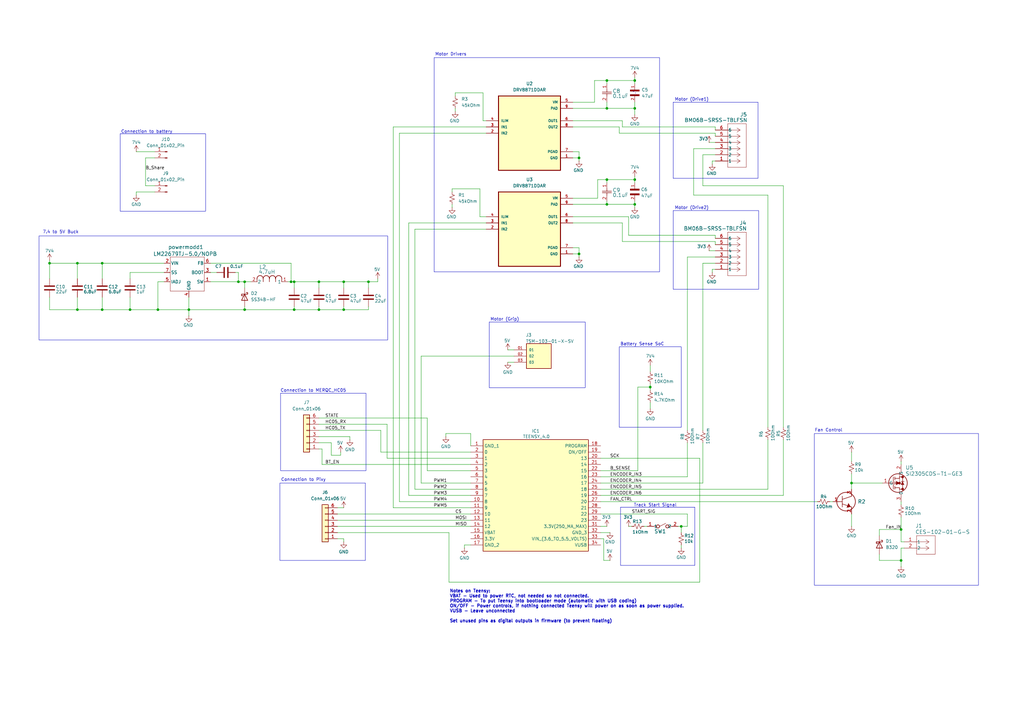
<source format=kicad_sch>
(kicad_sch (version 20231120) (generator "eeschema") (generator_version "8.0")
  (paper "A3")
  (lib_symbols
    (symbol "2025-02-13_19-17-42:SRU8028-2R5Y" (pin_names (offset 0.254))
      (property "Reference" "L1" (at 7.62 7.62 0))
      (property "Value" "2.5uH" (at 7.62 5.08 0))
      (symbol "SRU8028-2R5Y_1_1"
        (pin unspecified line (at 15.24 0 180) (length 2.54) (name "1") (number "1"))
        (pin unspecified line (at 0 0 0) (length 2.54) (name "2") (number "2"))
      )
      (symbol "SRU8028-2R5Y_1_2"
        (pin unspecified line (at 0 15.24 270) (length 2.54) (name "1") (number "1"))
        (pin unspecified line (at 0 0 90) (length 2.54) (name "2") (number "2"))
      )
    )
    (symbol "2025-02-13_23-46-10:SI2305CDS-T1-GE3" (pin_names (offset 0.254))
      (property "Reference" "U5" (at 11.43 1.2701 0))
      (property "Value" "SI2305CDS-T1-GE3" (at 11.43 -1.2699 0))
      (symbol "SI2305CDS-T1-GE3_0_1"
        (pin unspecified line (at 0 0 0) (length 2.54) (name "G") (number "1"))
      )
      (symbol "SI2305CDS-T1-GE3_1_1"
        (pin bidirectional line (at 7.62 7.62 270) (length 2.54) (name "S") (number "2"))
        (pin bidirectional line (at 7.62 -7.62 90) (length 2.54) (name "D") (number "3"))
      )
    )
    (symbol "2025-02-13_23-56-37:CES-102-01-G-S" (pin_names (offset 0.254))
      (property "Reference" "J" (at 8.89 6.35 0))
      (property "Value" "CES-102-01-G-S" (at 0 0 0))
      (symbol "CES-102-01-G-S_1_1"
        (pin unspecified line (at 0 0 0) (length 5.08) (name "1") (number "1"))
        (pin unspecified line (at 0 -2.54 0) (length 5.08) (name "2") (number "2"))
      )
      (symbol "CES-102-01-G-S_1_2"
        (pin unspecified line (at 0 0 0) (length 5.08) (name "1") (number "1"))
        (pin unspecified line (at 0 -2.54 0) (length 5.08) (name "2") (number "2"))
      )
    )
    (symbol "2025-02-14_01-00-59:BM06B-SRSS-TBLFSN" (pin_names (offset 0.254))
      (property "Reference" "J" (at 8.89 6.35 0))
      (property "Value" "BM06B-SRSS-TBLFSN" (at 0 0 0))
      (symbol "BM06B-SRSS-TBLFSN_1_1"
        (pin unspecified line (at 0 0 0) (length 5.08) (name "1") (number "1"))
        (pin unspecified line (at 0 -2.54 0) (length 5.08) (name "2") (number "2"))
        (pin unspecified line (at 0 -5.08 0) (length 5.08) (name "3") (number "3"))
        (pin unspecified line (at 0 -7.62 0) (length 5.08) (name "4") (number "4"))
        (pin unspecified line (at 0 -10.16 0) (length 5.08) (name "5") (number "5"))
        (pin unspecified line (at 0 -12.7 0) (length 5.08) (name "6") (number "6"))
      )
      (symbol "BM06B-SRSS-TBLFSN_1_2"
        (pin unspecified line (at 0 0 0) (length 5.08) (name "1") (number "1"))
        (pin unspecified line (at 0 -2.54 0) (length 5.08) (name "2") (number "2"))
        (pin unspecified line (at 0 -5.08 0) (length 5.08) (name "3") (number "3"))
        (pin unspecified line (at 0 -7.62 0) (length 5.08) (name "4") (number "4"))
        (pin unspecified line (at 0 -10.16 0) (length 5.08) (name "5") (number "5"))
        (pin unspecified line (at 0 -12.7 0) (length 5.08) (name "6") (number "6"))
      )
    )
    (symbol "2025-02-14_02-34-39:PTS636_SM50J_SMTR_LFS" (pin_names (offset 0.254))
      (property "Reference" "SW1" (at 7.874 -2.032 0))
      (symbol "PTS636_SM50J_SMTR_LFS_0_1"
        (pin unspecified line (at 2.54 0 0) (length 2.54) (name "1") (number "1"))
        (pin unspecified line (at 15.24 0 180) (length 2.54) (name "2") (number "2"))
      )
    )
    (symbol "2025-02-15_23-12-43:2SC5663T2L" (pin_names (offset 0.254) hide)
      (property "Reference" "R2" (at 10.16 0.0001 0))
      (symbol "2SC5663T2L_1_1"
        (pin input line (at 0 0 0) (length 2.54) (name "Base") (number "1"))
        (pin unspecified line (at 7.62 -5.08 90) (length 2.54) (name "EMITTER") (number "2"))
        (pin input line (at 7.62 5.08 270) (length 2.54) (name "Collector") (number "3"))
      )
    )
    (symbol "2025-03-14_19-12-41:LM22679TJ-5.0_NOPB" (pin_names (offset 0.254))
      (property "Reference" "1" (at 25.4 10.414 0))
      (property "Value" "LM22679TJ-5.0/NOPB" (at 25.146 7.62 0))
      (symbol "LM22679TJ-5.0_NOPB_1_1"
        (pin power_in line (at 35.56 -3.81 180) (length 2.54) (name "SW") (number "1"))
        (pin power_in line (at 16.51 3.81 0) (length 2.54) (name "VIN") (number "2"))
        (pin passive line (at 35.56 0 180) (length 2.54) (name "BOOT") (number "3"))
        (pin power_in line (at 26.67 -10.16 90) (length 2.54) (name "GND") (number "4"))
        (pin input line (at 16.51 -3.81 0) (length 2.54) (name "IADJ") (number "5"))
        (pin input line (at 35.56 3.81 180) (length 2.54) (name "FB") (number "6"))
        (pin input line (at 16.51 0 0) (length 2.54) (name "SS") (number "7"))
      )
    )
    (symbol "CL05B104KP5NNNC:CL05B104KP5NNNC" (pin_names (offset 0.254))
      (property "Reference" "C" (at 3.81 3.81 0))
      (property "Value" "CL05B104KP5NNNC" (at 3.81 -3.81 0))
      (symbol "CL05B104KP5NNNC_1_1"
        (pin unspecified line (at 0 0 0) (length 2.54) (name "") (number "1"))
        (pin unspecified line (at 7.62 0 180) (length 2.54) (name "") (number "2"))
      )
      (symbol "CL05B104KP5NNNC_1_2"
        (pin unspecified line (at 0 0 270) (length 2.54) (name "") (number "1"))
        (pin unspecified line (at 0 -7.62 90) (length 2.54) (name "") (number "2"))
      )
    )
    (symbol "Connector:Conn_01x02_Pin" (pin_names (offset 1.016) hide)
      (property "Reference" "J" (at 0 2.54 0))
      (property "Value" "Conn_01x02_Pin" (at 0 -5.08 0))
      (symbol "Conn_01x02_Pin_1_1"
        (pin passive line (at 5.08 0 180) (length 3.81) (name "Pin_1") (number "1"))
        (pin passive line (at 5.08 -2.54 180) (length 3.81) (name "Pin_2") (number "2"))
      )
    )
    (symbol "Connector_Generic:Conn_01x06" (pin_names (offset 1.016) hide)
      (property "Reference" "J" (at 0 7.62 0))
      (property "Value" "Conn_01x06" (at 0 -10.16 0))
      (symbol "Conn_01x06_1_1"
        (pin passive line (at -5.08 5.08 0) (length 3.81) (name "Pin_1") (number "1"))
        (pin passive line (at -5.08 2.54 0) (length 3.81) (name "Pin_2") (number "2"))
        (pin passive line (at -5.08 0 0) (length 3.81) (name "Pin_3") (number "3"))
        (pin passive line (at -5.08 -2.54 0) (length 3.81) (name "Pin_4") (number "4"))
        (pin passive line (at -5.08 -5.08 0) (length 3.81) (name "Pin_5") (number "5"))
        (pin passive line (at -5.08 -7.62 0) (length 3.81) (name "Pin_6") (number "6"))
      )
    )
    (symbol "DRV8871DDAR:DRV8871DDAR" (pin_names (offset 1.016))
      (property "Reference" "U" (at -12.7 16.24 0))
      (property "Value" "DRV8871DDAR" (at -12.7 -19.24 0))
      (symbol "DRV8871DDAR_0_0"
        (pin power_in line (at 17.78 -10.16 180) (length 5.08) (name "GND") (number "1"))
        (pin input line (at -17.78 0 0) (length 5.08) (name "IN2") (number "2"))
        (pin input line (at -17.78 2.54 0) (length 5.08) (name "IN1") (number "3"))
        (pin input line (at -17.78 5.08 0) (length 5.08) (name "ILIM") (number "4"))
        (pin power_in line (at 17.78 12.7 180) (length 5.08) (name "VM") (number "5"))
        (pin output line (at 17.78 5.08 180) (length 5.08) (name "OUT1") (number "6"))
        (pin power_in line (at 17.78 -7.62 180) (length 5.08) (name "PGND") (number "7"))
        (pin output line (at 17.78 2.54 180) (length 5.08) (name "OUT2") (number "8"))
        (pin power_in line (at 17.78 10.16 180) (length 5.08) (name "PAD") (number "9"))
      )
    )
    (symbol "Device:C" (pin_numbers hide) (pin_names (offset 0.254))
      (property "Reference" "C" (at 0.635 2.54 0))
      (property "Value" "C" (at 0.635 -2.54 0))
      (symbol "C_1_1"
        (pin passive line (at 0 3.81 270) (length 2.794) (name "~") (number "1"))
        (pin passive line (at 0 -3.81 90) (length 2.794) (name "~") (number "2"))
      )
    )
    (symbol "Device:R_Small_US" (pin_numbers hide) (pin_names (offset 0.254) hide)
      (property "Reference" "R" (at 0.762 0.508 0))
      (property "Value" "R_Small_US" (at 0.762 -1.016 0))
      (symbol "R_Small_US_1_1"
        (pin passive line (at 0 2.54 270) (length 1.016) (name "~") (number "1"))
        (pin passive line (at 0 -2.54 90) (length 1.016) (name "~") (number "2"))
      )
    )
    (symbol "Diode:B320" (pin_numbers hide) (pin_names (offset 1.016) hide)
      (property "Reference" "D" (at 0 2.54 0))
      (property "Value" "B320" (at 0 -2.54 0))
      (symbol "B320_1_1"
        (pin passive line (at -3.81 0 0) (length 2.54) (name "K") (number "1"))
        (pin passive line (at 3.81 0 180) (length 2.54) (name "A") (number "2"))
      )
    )
    (symbol "Diode:SS34" (pin_numbers hide) (pin_names (offset 1.016) hide)
      (property "Reference" "D" (at 0 2.54 0))
      (property "Value" "SS34" (at 0 -2.54 0))
      (symbol "SS34_1_1"
        (pin passive line (at -3.81 0 0) (length 2.54) (name "K") (number "1"))
        (pin passive line (at 3.81 0 180) (length 2.54) (name "A") (number "2"))
      )
    )
    (symbol "GRM32EC81C476KE15L:GRM32EC81C476KE15L" (pin_names (offset 1.016))
      (property "Reference" "C" (at 0 3.8109 0))
      (property "Value" "GRM32EC81C476KE15L" (at 0 -5.0885 0))
      (symbol "GRM32EC81C476KE15L_0_0"
        (pin passive line (at -2.54 0 0) (length 2.54) (name "~") (number "1"))
        (pin passive line (at 5.08 0 180) (length 2.54) (name "~") (number "2"))
      )
    )
    (symbol "TEENSY_4_0:TEENSY_4.0"
      (property "Reference" "IC" (at 49.53 7.62 0))
      (property "Value" "TEENSY_4.0" (at 49.53 5.08 0))
      (symbol "TEENSY_4.0_1_1"
        (pin passive line (at 0 0 0) (length 5.08) (name "GND_1") (number "1"))
        (pin passive line (at 0 -22.86 0) (length 5.08) (name "8") (number "10"))
        (pin passive line (at 0 -25.4 0) (length 5.08) (name "9") (number "11"))
        (pin passive line (at 0 -27.94 0) (length 5.08) (name "10") (number "12"))
        (pin passive line (at 0 -30.48 0) (length 5.08) (name "11") (number "13"))
        (pin passive line (at 0 -33.02 0) (length 5.08) (name "12") (number "14"))
        (pin passive line (at 0 -35.56 0) (length 5.08) (name "VBAT") (number "15"))
        (pin passive line (at 0 -38.1 0) (length 5.08) (name "3.3V") (number "16"))
        (pin passive line (at 0 -40.64 0) (length 5.08) (name "GND_2") (number "17"))
        (pin passive line (at 53.34 0 180) (length 5.08) (name "PROGRAM") (number "18"))
        (pin passive line (at 53.34 -2.54 180) (length 5.08) (name "ON/OFF") (number "19"))
        (pin passive line (at 0 -2.54 0) (length 5.08) (name "0") (number "2"))
        (pin passive line (at 53.34 -5.08 180) (length 5.08) (name "13") (number "20"))
        (pin passive line (at 53.34 -7.62 180) (length 5.08) (name "14") (number "21"))
        (pin passive line (at 53.34 -10.16 180) (length 5.08) (name "15") (number "22"))
        (pin passive line (at 53.34 -12.7 180) (length 5.08) (name "16") (number "23"))
        (pin passive line (at 53.34 -15.24 180) (length 5.08) (name "17") (number "24"))
        (pin passive line (at 53.34 -17.78 180) (length 5.08) (name "18") (number "25"))
        (pin passive line (at 53.34 -20.32 180) (length 5.08) (name "19") (number "26"))
        (pin passive line (at 53.34 -22.86 180) (length 5.08) (name "20") (number "27"))
        (pin passive line (at 53.34 -25.4 180) (length 5.08) (name "21") (number "28"))
        (pin passive line (at 53.34 -27.94 180) (length 5.08) (name "22") (number "29"))
        (pin passive line (at 0 -5.08 0) (length 5.08) (name "1") (number "3"))
        (pin passive line (at 53.34 -30.48 180) (length 5.08) (name "23") (number "30"))
        (pin passive line (at 53.34 -33.02 180) (length 5.08) (name "3.3V(250_MA_MAX)") (number "31"))
        (pin passive line (at 53.34 -35.56 180) (length 5.08) (name "GND_3") (number "32"))
        (pin passive line (at 53.34 -38.1 180) (length 5.08) (name "VIN_(3.6_TO_5.5_VOLTS)") (number "33"))
        (pin passive line (at 53.34 -40.64 180) (length 5.08) (name "VUSB") (number "34"))
        (pin passive line (at 0 -7.62 0) (length 5.08) (name "2") (number "4"))
        (pin passive line (at 0 -10.16 0) (length 5.08) (name "3") (number "5"))
        (pin passive line (at 0 -12.7 0) (length 5.08) (name "4") (number "6"))
        (pin passive line (at 0 -15.24 0) (length 5.08) (name "5") (number "7"))
        (pin passive line (at 0 -17.78 0) (length 5.08) (name "6") (number "8"))
        (pin passive line (at 0 -20.32 0) (length 5.08) (name "7") (number "9"))
      )
    )
    (symbol "TSM-103-01-X-SV:TSM-103-01-X-SV" (pin_names (offset 1.016))
      (property "Reference" "J" (at -5.08 5.842 0))
      (property "Value" "TSM-103-01-X-SV" (at -5.08 -7.62 0))
      (symbol "TSM-103-01-X-SV_0_0"
        (pin passive line (at -10.16 2.54 0) (length 5.08) (name "01") (number "01"))
        (pin passive line (at -10.16 0 0) (length 5.08) (name "02") (number "02"))
        (pin passive line (at -10.16 -2.54 0) (length 5.08) (name "03") (number "03"))
      )
    )
    (symbol "power:+5V" (power) (pin_numbers hide) (pin_names (offset 0) hide)
      (property "Value" "+5V" (at 0 3.556 0))
      (symbol "+5V_1_1"
        (pin power_in line (at 0 0 90) (length 0) (name "~") (number "1"))
      )
    )
    (symbol "power:GND1" (power) (pin_numbers hide) (pin_names (offset 0) hide)
      (property "Value" "GND1" (at 0 -3.81 0))
      (symbol "GND1_1_1"
        (pin power_in line (at 0 0 270) (length 0) (name "~") (number "1"))
      )
    )
    (symbol "power:VCC" (power) (pin_numbers hide) (pin_names (offset 0) hide)
      (property "Value" "VCC" (at 0 3.556 0))
      (symbol "VCC_1_1"
        (pin power_in line (at 0 0 90) (length 0) (name "~") (number "1"))
      )
    )
  )
  (junction (at 260.35 33.02))
  (junction (at 53.34 127))
  (junction (at 349.25 198.12))
  (junction (at 248.92 33.02))
  (junction (at 31.75 127))
  (junction (at 130.81 115.57))
  (junction (at 279.4 215.9))
  (junction (at 260.35 44.45))
  (junction (at 369.57 217.17))
  (junction (at 120.65 127))
  (junction (at 248.92 73.66))
  (junction (at 248.92 83.82))
  (junction (at 140.97 115.57))
  (junction (at 369.57 229.87))
  (junction (at 41.91 107.95))
  (junction (at 20.32 107.95))
  (junction (at 100.33 127))
  (junction (at 260.35 73.66))
  (junction (at 120.65 115.57))
  (junction (at 151.13 115.57))
  (junction (at 41.91 127))
  (junction (at 97.79 115.57))
  (junction (at 130.81 127))
  (junction (at 119.38 115.57))
  (junction (at 237.49 64.77))
  (junction (at 260.35 83.82))
  (junction (at 140.97 127))
  (junction (at 266.7 158.75))
  (junction (at 64.77 127))
  (junction (at 248.92 44.45))
  (junction (at 77.47 127))
  (junction (at 31.75 107.95))
  (junction (at 237.49 104.14))
  (junction (at 100.33 115.57))
  (wire (pts (xy 248.92 33.02) (xy 260.35 33.02)))
  (wire (pts (xy 156.21 185.42) (xy 193.04 185.42)))
  (wire (pts (xy 369.57 229.87) (xy 369.57 232.41)))
  (wire (pts (xy 246.38 187.96) (xy 287.02 187.96)))
  (wire (pts (xy 255.27 52.07) (xy 255.27 49.53)))
  (wire (pts (xy 120.65 125.73) (xy 120.65 127)))
  (wire (pts (xy 120.65 127) (xy 130.81 127)))
  (wire (pts (xy 199.39 49.53) (xy 198.12 49.53)))
  (wire (pts (xy 63.5 64.77) (xy 59.69 64.77)))
  (wire (pts (xy 260.35 44.45) (xy 260.35 41.91)))
  (wire (pts (xy 53.34 114.3) (xy 53.34 111.76)))
  (wire (pts (xy 369.57 205.74) (xy 369.57 207.01)))
  (wire (pts (xy 360.68 217.17) (xy 369.57 217.17)))
  (wire (pts (xy 293.37 96.52) (xy 293.37 97.79)))
  (wire (pts (xy 248.92 73.66) (xy 260.35 73.66)))
  (wire (pts (xy 266.7 157.48) (xy 266.7 158.75)))
  (wire (pts (xy 55.88 62.23) (xy 63.5 62.23)))
  (wire (pts (xy 130.81 179.07) (xy 143.51 179.07)))
  (wire (pts (xy 97.79 111.76) (xy 97.79 115.57)))
  (wire (pts (xy 132.08 184.15) (xy 132.08 190.5)))
  (wire (pts (xy 135.89 186.69) (xy 139.7 186.69)))
  (wire (pts (xy 360.68 229.87) (xy 369.57 229.87)))
  (wire (pts (xy 143.51 179.07) (xy 143.51 180.34)))
  (wire (pts (xy 281.94 215.9) (xy 281.94 210.82)))
  (wire (pts (xy 245.11 73.66) (xy 245.11 81.28)))
  (wire (pts (xy 193.04 177.8) (xy 182.88 177.8)))
  (wire (pts (xy 31.75 107.95) (xy 41.91 107.95)))
  (wire (pts (xy 120.65 115.57) (xy 130.81 115.57)))
  (wire (pts (xy 360.68 227.33) (xy 360.68 229.87)))
  (wire (pts (xy 20.32 121.92) (xy 20.32 127)))
  (wire (pts (xy 349.25 185.42) (xy 349.25 189.23)))
  (wire (pts (xy 349.25 198.12) (xy 349.25 200.66)))
  (wire (pts (xy 247.65 229.87) (xy 247.65 220.98)))
  (wire (pts (xy 67.31 115.57) (xy 64.77 115.57)))
  (wire (pts (xy 284.48 80.01) (xy 284.48 60.96)))
  (wire (pts (xy 140.97 125.73) (xy 140.97 127)))
  (wire (pts (xy 246.38 215.9) (xy 248.92 215.9)))
  (wire (pts (xy 185.42 77.47) (xy 185.42 78.74)))
  (wire (pts (xy 130.81 115.57) (xy 130.81 118.11)))
  (wire (pts (xy 193.04 223.52) (xy 190.5 223.52)))
  (wire (pts (xy 167.64 91.44) (xy 199.39 91.44)))
  (wire (pts (xy 190.5 223.52) (xy 190.5 224.79)))
  (wire (pts (xy 261.62 193.04) (xy 261.62 158.75)))
  (wire (pts (xy 41.91 127) (xy 53.34 127)))
  (wire (pts (xy 41.91 107.95) (xy 67.31 107.95)))
  (wire (pts (xy 246.38 220.98) (xy 247.65 220.98)))
  (wire (pts (xy 119.38 115.57) (xy 120.65 115.57)))
  (wire (pts (xy 260.35 31.75) (xy 260.35 33.02)))
  (wire (pts (xy 186.69 38.1) (xy 186.69 39.37)))
  (wire (pts (xy 20.32 106.68) (xy 20.32 107.95)))
  (wire (pts (xy 175.26 193.04) (xy 193.04 193.04)))
  (wire (pts (xy 20.32 127) (xy 31.75 127)))
  (wire (pts (xy 340.36 205.74) (xy 341.63 205.74)))
  (wire (pts (xy 140.97 115.57) (xy 140.97 118.11)))
  (wire (pts (xy 248.92 73.66) (xy 248.92 74.93)))
  (wire (pts (xy 198.12 38.1) (xy 186.69 38.1)))
  (wire (pts (xy 196.85 77.47) (xy 185.42 77.47)))
  (wire (pts (xy 138.43 220.98) (xy 140.97 220.98)))
  (wire (pts (xy 260.35 82.55) (xy 260.35 83.82)))
  (wire (pts (xy 279.4 215.9) (xy 279.4 218.44)))
  (wire (pts (xy 130.81 184.15) (xy 132.08 184.15)))
  (wire (pts (xy 138.43 215.9) (xy 193.04 215.9)))
  (wire (pts (xy 135.89 181.61) (xy 135.89 186.69)))
  (wire (pts (xy 260.35 33.02) (xy 260.35 34.29)))
  (wire (pts (xy 245.11 81.28) (xy 234.95 81.28)))
  (wire (pts (xy 172.72 146.05) (xy 210.82 146.05)))
  (wire (pts (xy 234.95 52.07) (xy 254 52.07)))
  (wire (pts (xy 369.57 224.79) (xy 369.57 229.87)))
  (wire (pts (xy 237.49 66.04) (xy 237.49 64.77)))
  (wire (pts (xy 175.26 171.45) (xy 175.26 193.04)))
  (wire (pts (xy 246.38 195.58) (xy 281.94 195.58)))
  (wire (pts (xy 245.11 73.66) (xy 248.92 73.66)))
  (wire (pts (xy 237.49 64.77) (xy 234.95 64.77)))
  (wire (pts (xy 314.96 80.01) (xy 314.96 175.26)))
  (wire (pts (xy 119.38 107.95) (xy 119.38 115.57)))
  (wire (pts (xy 246.38 193.04) (xy 261.62 193.04)))
  (wire (pts (xy 130.81 173.99) (xy 158.75 173.99)))
  (wire (pts (xy 248.92 83.82) (xy 260.35 83.82)))
  (wire (pts (xy 161.29 208.28) (xy 161.29 52.07)))
  (wire (pts (xy 184.15 238.76) (xy 287.02 238.76)))
  (wire (pts (xy 151.13 115.57) (xy 154.94 115.57)))
  (wire (pts (xy 31.75 107.95) (xy 31.75 114.3)))
  (wire (pts (xy 246.38 210.82) (xy 281.94 210.82)))
  (wire (pts (xy 100.33 127) (xy 120.65 127)))
  (wire (pts (xy 293.37 54.61) (xy 293.37 55.88)))
  (wire (pts (xy 266.7 149.86) (xy 266.7 152.4)))
  (wire (pts (xy 31.75 121.92) (xy 31.75 127)))
  (wire (pts (xy 156.21 176.53) (xy 156.21 185.42)))
  (wire (pts (xy 243.84 33.02) (xy 248.92 33.02)))
  (wire (pts (xy 140.97 220.98) (xy 140.97 222.25)))
  (wire (pts (xy 266.7 158.75) (xy 266.7 160.02)))
  (wire (pts (xy 182.88 177.8) (xy 182.88 179.07)))
  (wire (pts (xy 314.96 80.01) (xy 284.48 80.01)))
  (wire (pts (xy 151.13 127) (xy 140.97 127)))
  (wire (pts (xy 170.18 93.98) (xy 199.39 93.98)))
  (wire (pts (xy 284.48 60.96) (xy 293.37 60.96)))
  (wire (pts (xy 288.29 107.95) (xy 293.37 107.95)))
  (wire (pts (xy 288.29 181.61) (xy 288.29 198.12)))
  (wire (pts (xy 246.38 205.74) (xy 335.28 205.74)))
  (wire (pts (xy 184.15 218.44) (xy 184.15 238.76)))
  (wire (pts (xy 154.94 114.3) (xy 154.94 115.57)))
  (wire (pts (xy 288.29 76.2) (xy 288.29 63.5)))
  (wire (pts (xy 120.65 115.57) (xy 120.65 118.11)))
  (wire (pts (xy 261.62 158.75) (xy 266.7 158.75)))
  (wire (pts (xy 151.13 115.57) (xy 151.13 118.11)))
  (wire (pts (xy 97.79 115.57) (xy 100.33 115.57)))
  (wire (pts (xy 100.33 115.57) (xy 102.87 115.57)))
  (wire (pts (xy 248.92 83.82) (xy 248.92 82.55)))
  (wire (pts (xy 369.57 189.23) (xy 369.57 190.5)))
  (wire (pts (xy 290.83 102.87) (xy 293.37 102.87)))
  (wire (pts (xy 234.95 62.23) (xy 237.49 62.23)))
  (wire (pts (xy 248.92 33.02) (xy 248.92 34.29)))
  (wire (pts (xy 246.38 200.66) (xy 314.96 200.66)))
  (wire (pts (xy 281.94 105.41) (xy 293.37 105.41)))
  (wire (pts (xy 208.28 148.59) (xy 210.82 148.59)))
  (wire (pts (xy 59.69 76.2) (xy 63.5 76.2)))
  (wire (pts (xy 279.4 223.52) (xy 279.4 224.79)))
  (wire (pts (xy 288.29 63.5) (xy 293.37 63.5)))
  (wire (pts (xy 264.16 215.9) (xy 265.43 215.9)))
  (wire (pts (xy 246.38 218.44) (xy 250.19 218.44)))
  (wire (pts (xy 138.43 218.44) (xy 184.15 218.44)))
  (wire (pts (xy 130.81 115.57) (xy 140.97 115.57)))
  (wire (pts (xy 234.95 88.9) (xy 257.81 88.9)))
  (wire (pts (xy 41.91 121.92) (xy 41.91 127)))
  (wire (pts (xy 158.75 187.96) (xy 193.04 187.96)))
  (wire (pts (xy 281.94 181.61) (xy 281.94 195.58)))
  (wire (pts (xy 185.42 83.82) (xy 185.42 85.09)))
  (wire (pts (xy 246.38 198.12) (xy 288.29 198.12)))
  (wire (pts (xy 130.81 127) (xy 140.97 127)))
  (wire (pts (xy 64.77 127) (xy 77.47 127)))
  (wire (pts (xy 257.81 215.9) (xy 259.08 215.9)))
  (wire (pts (xy 292.1 67.31) (xy 292.1 66.04)))
  (wire (pts (xy 77.47 127) (xy 77.47 129.54)))
  (wire (pts (xy 260.35 44.45) (xy 260.35 46.99)))
  (wire (pts (xy 260.35 72.39) (xy 260.35 73.66)))
  (wire (pts (xy 139.7 186.69) (xy 139.7 185.42)))
  (wire (pts (xy 349.25 210.82) (xy 349.25 215.9)))
  (wire (pts (xy 130.81 176.53) (xy 156.21 176.53)))
  (wire (pts (xy 281.94 105.41) (xy 281.94 176.53)))
  (wire (pts (xy 360.68 219.71) (xy 360.68 217.17)))
  (wire (pts (xy 77.47 121.92) (xy 77.47 127)))
  (wire (pts (xy 290.83 58.42) (xy 293.37 58.42)))
  (wire (pts (xy 234.95 101.6) (xy 237.49 101.6)))
  (wire (pts (xy 59.69 64.77) (xy 59.69 76.2)))
  (wire (pts (xy 86.36 107.95) (xy 119.38 107.95)))
  (wire (pts (xy 321.31 180.34) (xy 321.31 203.2)))
  (wire (pts (xy 196.85 88.9) (xy 196.85 77.47)))
  (wire (pts (xy 163.83 205.74) (xy 193.04 205.74)))
  (wire (pts (xy 118.11 115.57) (xy 119.38 115.57)))
  (wire (pts (xy 255.27 91.44) (xy 255.27 99.06)))
  (wire (pts (xy 170.18 200.66) (xy 193.04 200.66)))
  (wire (pts (xy 255.27 99.06) (xy 293.37 99.06)))
  (wire (pts (xy 266.7 165.1) (xy 266.7 167.64)))
  (wire (pts (xy 279.4 215.9) (xy 281.94 215.9)))
  (wire (pts (xy 193.04 203.2) (xy 167.64 203.2)))
  (wire (pts (xy 140.97 115.57) (xy 151.13 115.57)))
  (wire (pts (xy 199.39 54.61) (xy 163.83 54.61)))
  (wire (pts (xy 100.33 125.73) (xy 100.33 127)))
  (wire (pts (xy 234.95 49.53) (xy 255.27 49.53)))
  (wire (pts (xy 20.32 107.95) (xy 31.75 107.95)))
  (wire (pts (xy 41.91 107.95) (xy 41.91 114.3)))
  (wire (pts (xy 243.84 41.91) (xy 234.95 41.91)))
  (wire (pts (xy 172.72 198.12) (xy 172.72 146.05)))
  (wire (pts (xy 234.95 83.82) (xy 248.92 83.82)))
  (wire (pts (xy 167.64 203.2) (xy 167.64 91.44)))
  (wire (pts (xy 163.83 54.61) (xy 163.83 205.74)))
  (wire (pts (xy 86.36 115.57) (xy 97.79 115.57)))
  (wire (pts (xy 31.75 127) (xy 41.91 127)))
  (wire (pts (xy 254 54.61) (xy 293.37 54.61)))
  (wire (pts (xy 314.96 180.34) (xy 314.96 200.66)))
  (wire (pts (xy 132.08 190.5) (xy 193.04 190.5)))
  (wire (pts (xy 234.95 91.44) (xy 255.27 91.44)))
  (wire (pts (xy 254 52.07) (xy 254 54.61)))
  (wire (pts (xy 248.92 44.45) (xy 248.92 41.91)))
  (wire (pts (xy 248.92 44.45) (xy 260.35 44.45)))
  (wire (pts (xy 321.31 76.2) (xy 321.31 175.26)))
  (wire (pts (xy 138.43 210.82) (xy 193.04 210.82)))
  (wire (pts (xy 170.18 93.98) (xy 170.18 200.66)))
  (wire (pts (xy 243.84 33.02) (xy 243.84 41.91)))
  (wire (pts (xy 151.13 125.73) (xy 151.13 127)))
  (wire (pts (xy 55.88 78.74) (xy 63.5 78.74)))
  (wire (pts (xy 321.31 203.2) (xy 246.38 203.2)))
  (wire (pts (xy 287.02 238.76) (xy 287.02 187.96)))
  (wire (pts (xy 257.81 88.9) (xy 257.81 96.52)))
  (wire (pts (xy 349.25 194.31) (xy 349.25 198.12)))
  (wire (pts (xy 369.57 217.17) (xy 369.57 222.25)))
  (wire (pts (xy 130.81 125.73) (xy 130.81 127)))
  (wire (pts (xy 186.69 44.45) (xy 186.69 45.72)))
  (wire (pts (xy 292.1 111.76) (xy 292.1 110.49)))
  (wire (pts (xy 193.04 208.28) (xy 161.29 208.28)))
  (wire (pts (xy 250.19 229.87) (xy 247.65 229.87)))
  (wire (pts (xy 278.13 215.9) (xy 279.4 215.9)))
  (wire (pts (xy 349.25 198.12) (xy 361.95 198.12)))
  (wire (pts (xy 86.36 111.76) (xy 88.9 111.76)))
  (wire (pts (xy 293.37 52.07) (xy 293.37 53.34)))
  (wire (pts (xy 130.81 171.45) (xy 175.26 171.45)))
  (wire (pts (xy 234.95 44.45) (xy 248.92 44.45)))
  (wire (pts (xy 321.31 76.2) (xy 288.29 76.2)))
  (wire (pts (xy 237.49 104.14) (xy 237.49 105.41)))
  (wire (pts (xy 288.29 107.95) (xy 288.29 176.53)))
  (wire (pts (xy 130.81 181.61) (xy 135.89 181.61)))
  (wire (pts (xy 292.1 110.49) (xy 293.37 110.49)))
  (wire (pts (xy 293.37 99.06) (xy 293.37 100.33)))
  (wire (pts (xy 370.84 224.79) (xy 369.57 224.79)))
  (wire (pts (xy 100.33 115.57) (xy 100.33 118.11)))
  (wire (pts (xy 234.95 104.14) (xy 237.49 104.14)))
  (wire (pts (xy 64.77 115.57) (xy 64.77 127)))
  (wire (pts (xy 369.57 212.09) (xy 369.57 217.17)))
  (wire (pts (xy 198.12 49.53) (xy 198.12 38.1)))
  (wire (pts (xy 100.33 127) (xy 77.47 127)))
  (wire (pts (xy 138.43 213.36) (xy 193.04 213.36)))
  (wire (pts (xy 161.29 52.07) (xy 199.39 52.07)))
  (wire (pts (xy 199.39 88.9) (xy 196.85 88.9)))
  (wire (pts (xy 193.04 177.8) (xy 193.04 182.88)))
  (wire (pts (xy 255.27 52.07) (xy 293.37 52.07)))
  (wire (pts (xy 208.28 143.51) (xy 210.82 143.51)))
  (wire (pts (xy 53.34 111.76) (xy 67.31 111.76)))
  (wire (pts (xy 138.43 208.28) (xy 140.97 208.28)))
  (wire (pts (xy 53.34 121.92) (xy 53.34 127)))
  (wire (pts (xy 260.35 83.82) (xy 260.35 85.09)))
  (wire (pts (xy 237.49 101.6) (xy 237.49 104.14)))
  (wire (pts (xy 96.52 111.76) (xy 97.79 111.76)))
  (wire (pts (xy 158.75 173.99) (xy 158.75 187.96)))
  (wire (pts (xy 260.35 73.66) (xy 260.35 74.93)))
  (wire (pts (xy 20.32 107.95) (xy 20.32 114.3)))
  (wire (pts (xy 53.34 127) (xy 64.77 127)))
  (wire (pts (xy 292.1 66.04) (xy 293.37 66.04)))
  (wire (pts (xy 55.88 80.01) (xy 55.88 78.74)))
  (wire (pts (xy 193.04 198.12) (xy 172.72 198.12)))
  (wire (pts (xy 257.81 96.52) (xy 293.37 96.52)))
  (wire (pts (xy 237.49 62.23) (xy 237.49 64.77)))
  (wire (pts (xy 369.57 222.25) (xy 370.84 222.25)))
  (rectangle (start 334.01 177.8) (end 401.32 240.03))
  (rectangle (start 178.054 23.622) (end 270.51 111.506))
  (rectangle (start 200.66 132.08) (end 240.03 159.004))
  (rectangle (start 254.508 208.026) (end 284.988 231.902))
  (circle (center 260.604 38.1) (radius 0.0001))
  (rectangle (start 254 142.24) (end 279.4 175.26))
  (rectangle (start 114.808 198.12) (end 149.86 229.87))
  (rectangle (start 276.098 86.36) (end 311.15 118.618))
  (rectangle (start 49.276 54.864) (end 84.328 86.614))
  (rectangle (start 115.062 161.29) (end 150.114 193.04))
  (rectangle (start 16.002 96.774) (end 159.004 139.446))
  (rectangle (start 276.098 41.91) (end 310.896 73.152))
  (circle (center 259.842 37.592) (radius 0.0001))
  (text "Motor (Grip)" (at 207.01 131.064 0) (effects (font (size 1.27 1.27))))
  (text "Motor (Drive1)" (at 283.718 40.894 0) (effects (font (size 1.27 1.27))))
  (text "Connection to Pixy\n" (at 124.46 196.85 0) (effects (font (size 1.27 1.27))))
  (text "Motor (Drive2)" (at 283.718 85.344 0) (effects (font (size 1.27 1.27))))
  (text "Track Start Signal" (at 268.732 207.264 0) (effects (font (size 1.27 1.27))))
  (text "Motor Drivers\n" (at 184.912 22.352 0) (effects (font (size 1.27 1.27))))
  (text "Connection to battery" (at 60.198 54.102 0) (effects (font (size 1.27 1.27))))
  (text "Notes on Teensy:\nVBAT - Used to power RTC, not needed so not connected.\nPROGRAM - To put Teensy into bootloader mode (automatic with USB coding)\nON/OFF - Power controls, if nothing connected Teensy will power on as soon as power supplied.\nVUSB - Leave unconnected\n\nSet unused pins as digital outputs in firmware (to prevent floating)" (at 184.404 248.666 0) (effects (font (size 1.27 1.27) (thickness 0.254) (bold yes)) (justify left)))
  (text "Battery Sense SoC\n" (at 263.398 141.224 0) (effects (font (size 1.27 1.27))))
  (text "Connection to MERQC_HC05" (at 128.524 160.274 0) (effects (font (size 1.27 1.27))))
  (text "Fan Control\n" (at 339.852 176.53 0) (effects (font (size 1.27 1.27))))
  (text "7.4 to 5V Buck" (at 24.892 95.25 0) (effects (font (size 1.27 1.27))))
  (label "PWM2" (at 177.8 200.66 0))
  (label "HC05_RX" (at 133.35 173.99 0))
  (label "MOSI" (at 186.69 213.36 0))
  (label "ENCODER_IN4" (at 250.19 198.12 0))
  (label "PWM1" (at 177.8 198.12 0))
  (label "CS" (at 186.69 210.82 0))
  (label "ENCODER_IN3" (at 250.19 195.58 0))
  (label "BT_EN" (at 133.35 190.5 0))
  (label "MISO" (at 186.69 215.9 0))
  (label "ENCODER_IN5" (at 250.19 200.66 0))
  (label "PWM3" (at 177.8 203.2 0))
  (label "B_SENSE" (at 250.19 193.04 0))
  (label "ENCODER_IN6" (at 250.19 203.2 0))
  (label "Fan_IN" (at 363.22 217.17 0))
  (label "PWM5" (at 177.8 208.28 0))
  (label "STATE" (at 133.35 171.45 0))
  (label "B_Share" (at 59.69 69.85 0))
  (label "START_SIG" (at 259.08 210.82 0))
  (label "SCK" (at 250.19 187.96 0))
  (label "PWM4" (at 177.8 205.74 0))
  (label "HC05_TX" (at 133.35 176.53 0))
  (label "FAN_CTRL" (at 250.19 205.74 0))
  (symbol (lib_id "power:GND1") (at 349.25 215.9 0) (unit 1)
    (property "Reference" "#PWR018" (effects (hide yes)))
    (property "Value" "GND" (at 349.25 219.71 0))
    (property "Description" "Power symbol creates a global label with name \"GND1\" , ground" (effects (hide yes)))
  )
  (symbol (lib_id "power:+5V") (at 250.19 229.87 0) (unit 1)
    (property "Reference" "#PWR06" (effects (hide yes)))
    (property "Value" "5V" (at 249.936 226.06 0))
    (property "Description" "Power symbol creates a global label with name \"+5V\"" (effects (hide yes)))
  )
  (symbol (lib_id "power:+5V") (at 140.97 208.28 0) (unit 1)
    (property "Reference" "#PWR029" (effects (hide yes)))
    (property "Value" "5V" (at 140.716 204.47 0))
    (property "Description" "Power symbol creates a global label with name \"+5V\"" (effects (hide yes)))
  )
  (symbol (lib_id "Device:R_Small_US") (at 185.42 81.28 180) (unit 1)
    (property "Reference" "R1" (at 187.96 80.0099 0) (effects (justify right)))
    (property "Value" "45kOhm" (at 187.96 82.5499 0) (effects (justify right)))
    (property "Footprint" "Resistor_SMD:RES_ERJ3EKF4532V" (effects (hide yes)))
    (property "Description" "Resistor, small US symbol" (effects (hide yes)))
  )
  (symbol (lib_id "2025-02-14_01-00-59:BM06B-SRSS-TBLFSN") (at 293.37 66.04 0) (mirror x) (unit 1)
    (property "Reference" "J5" (at 303.53 46.99 0) (effects (font (size 1.524 1.524)) (justify left)))
    (property "Value" "BM06B-SRSS-TBLFSN" (at 280.67 49.276 0) (effects (font (size 1.524 1.524)) (justify left)))
    (property "Footprint" "CONN_BM06B-SRSS-TB_JST" (effects (hide yes)))
    (property "Datasheet" "BM06B-SRSS-TBLFSN" (effects (hide yes)))
  )
  (symbol (lib_id "TEENSY_4_0:TEENSY_4.0") (at 193.04 182.88 0) (unit 1)
    (property "Reference" "IC1" (at 219.71 176.784 0))
    (property "Value" "TEENSY_4.0" (at 219.964 179.07 0))
    (property "Footprint" "TEENSY40" (effects (hide yes)))
    (property "Datasheet" "https://www.pjrc.com/store/teensy40.html" (effects (hide yes)))
    (property "Description" "Teensy USB Board, Version 4.0" (effects (hide yes)))
    (property "Height" "4.64" (effects (hide yes)))
    (property "Manufacturer_Name" "Teensy" (effects (hide yes)))
    (property "Manufacturer_Part_Number" "TEENSY 4.0" (effects (hide yes)))
  )
  (symbol (lib_id "CL05B104KP5NNNC:CL05B104KP5NNNC") (at 248.92 74.93 270) (unit 1)
    (property "Reference" "C9" (at 251.206 77.978 90) (effects (font (size 1.524 1.524)) (justify left)))
    (property "Value" "0.1uF" (at 251.206 80.01 90) (effects (font (size 1.524 1.524)) (justify left)))
    (property "Footprint" "Capacitor_SMD:C_0402_1005Metric" (effects (hide yes)))
    (property "Datasheet" "CL05B104KP5NNNC" (effects (hide yes)))
  )
  (symbol (lib_id "2025-02-14_01-00-59:BM06B-SRSS-TBLFSN") (at 293.37 110.49 0) (mirror x) (unit 1)
    (property "Reference" "J4" (at 303.276 91.44 0) (effects (font (size 1.524 1.524)) (justify left)))
    (property "Value" "BM06B-SRSS-TBLFSN" (at 280.416 93.726 0) (effects (font (size 1.524 1.524)) (justify left)))
    (property "Footprint" "CONN_BM06B-SRSS-TB_JST" (effects (hide yes)))
    (property "Datasheet" "BM06B-SRSS-TBLFSN" (effects (hide yes)))
  )
  (symbol (lib_id "Device:C") (at 120.65 121.92 0) (unit 1)
    (property "Reference" "C2" (at 123.19 121.412 0) (effects (justify left)))
    (property "Value" "47uF" (at 123.19 123.444 0) (effects (justify left)))
    (property "Footprint" "Capacitor_SMD:C_1210_3225Metric_Pad1.33x2.70mm_HandSolder" (effects (hide yes)))
    (property "Datasheet" "GRM32ER61C476KE15" (effects (hide yes)))
    (property "Description" "Unpolarized capacitor" (effects (hide yes)))
  )
  (symbol (lib_id "2025-02-14_02-34-39:PTS636_SM50J_SMTR_LFS") (at 262.89 215.9 0) (unit 1)
    (property "Reference" "SW1" (at 270.764 217.932 0) (effects (font (size 1.524 1.524))))
    (property "Value" "PTS636 SM50J SMTR LFS" (effects (hide yes)))
    (property "Footprint" "SW_PTS636_CNK" (effects (hide yes)))
    (property "Datasheet" "PTS636 SM50J SMTR LFS" (effects (hide yes)))
  )
  (symbol (lib_id "Device:R_Small_US") (at 321.31 177.8 0) (unit 1)
    (property "Reference" "R5" (at 319.278 177.8 90))
    (property "Value" "10Ohm" (at 323.342 177.546 90))
    (property "Footprint" "Resistor_SMD:ERJ_2RKF10R0X" (effects (hide yes)))
    (property "Description" "Resistor, small US symbol" (effects (hide yes)))
  )
  (symbol (lib_id "Device:C") (at 130.81 121.92 0) (unit 1)
    (property "Reference" "C1" (at 133.35 121.412 0) (effects (justify left)))
    (property "Value" "47uF" (at 133.35 123.444 0) (effects (justify left)))
    (property "Footprint" "Capacitor_SMD:C_1210_3225Metric_Pad1.33x2.70mm_HandSolder" (effects (hide yes)))
    (property "Datasheet" "GRM32ER61C476KE15" (effects (hide yes)))
    (property "Description" "Unpolarized capacitor" (effects (hide yes)))
  )
  (symbol (lib_id "2025-02-13_23-56-37:CES-102-01-G-S") (at 370.84 222.25 0) (unit 1)
    (property "Reference" "J1" (at 375.412 215.646 0) (effects (font (size 1.524 1.524)) (justify left)))
    (property "Value" "CES-102-01-G-S" (at 375.412 218.186 0) (effects (font (size 1.524 1.524)) (justify left)))
    (property "Footprint" "CON2_1X2_TU_SLW_SAI" (effects (hide yes)))
    (property "Datasheet" "CES-102-01-G-S" (effects (hide yes)))
  )
  (symbol (lib_id "DRV8871DDAR:DRV8871DDAR") (at 217.17 54.61 0) (unit 1)
    (property "Reference" "U2" (at 217.17 34.29 0))
    (property "Value" "DRV8871DDAR" (at 217.17 36.83 0))
    (property "Footprint" "motordriver:lili_foot" (effects (hide yes)))
  )
  (symbol (lib_id "power:GND1") (at 292.1 111.76 0) (unit 1)
    (property "Reference" "#PWR020" (effects (hide yes)))
    (property "Value" "GND" (at 291.846 115.57 0))
    (property "Description" "Power symbol creates a global label with name \"GND1\" , ground" (effects (hide yes)))
  )
  (symbol (lib_id "power:+5V") (at 139.7 185.42 0) (unit 1)
    (property "Reference" "#PWR036" (effects (hide yes)))
    (property "Value" "5V" (at 139.446 181.61 0))
    (property "Description" "Power symbol creates a global label with name \"+5V\"" (effects (hide yes)))
  )
  (symbol (lib_id "power:GND1") (at 369.57 232.41 0) (unit 1)
    (property "Reference" "#PWR026" (effects (hide yes)))
    (property "Value" "GND" (at 369.57 236.22 0))
    (property "Description" "Power symbol creates a global label with name \"GND1\" , ground" (effects (hide yes)))
  )
  (symbol (lib_id "Device:C") (at 151.13 121.92 0) (unit 1)
    (property "Reference" "C4" (at 153.67 121.412 0) (effects (justify left)))
    (property "Value" "22uF" (at 153.67 123.444 0) (effects (justify left)))
    (property "Footprint" "Capacitor_SMD:C_1206_3216Metric_Pad1.33x1.80mm_HandSolder" (effects (hide yes)))
    (property "Datasheet" "GRM31CR61A226KE19K" (effects (hide yes)))
    (property "Description" "Unpolarized capacitor" (effects (hide yes)))
  )
  (symbol (lib_id "Diode:B320") (at 360.68 223.52 270) (unit 1)
    (property "Reference" "D1" (at 363.22 221.9324 90) (effects (justify left)))
    (property "Value" "B320" (at 363.22 224.4724 90) (effects (justify left)))
    (property "Footprint" "Diode_SMD:D_SMC" (effects (hide yes)))
    (property "Datasheet" "http://www.jameco.com/Jameco/Products/ProdDS/1538777.pdf" (effects (hide yes)))
    (property "Description" "20V 3A Schottky Barrier Rectifier Diode, SMC" (effects (hide yes)))
  )
  (symbol (lib_id "Connector_Generic:Conn_01x06") (at 133.35 215.9 180) (unit 1)
    (property "Reference" "J6" (at 133.35 201.93 0))
    (property "Value" "Conn_01x06" (at 133.35 204.47 0))
    (property "Footprint" "Connector_PinHeader_2.54mm:PinHeader_1x06_P2.54mm_Vertical" (effects (hide yes)))
    (property "Description" "Generic connector, single row, 01x06, script generated (kicad-library-utils/schlib/autogen/connector/)" (effects (hide yes)))
  )
  (symbol (lib_id "power:GND1") (at 279.4 224.79 0) (unit 1)
    (property "Reference" "#PWR023" (effects (hide yes)))
    (property "Value" "GND" (at 279.4 228.6 0))
    (property "Description" "Power symbol creates a global label with name \"GND1\" , ground" (effects (hide yes)))
  )
  (symbol (lib_id "2025-02-13_19-17-42:SRU8028-2R5Y") (at 102.87 115.57 0) (unit 1)
    (property "Reference" "L2" (at 107.696 109.474 0) (effects (font (size 1.524 1.524))))
    (property "Value" "4.7uH" (at 109.474 111.506 0) (effects (font (size 1.524 1.524))))
    (property "Footprint" "Inductor_SMD:IND_VLS5045EX-4R7M" (effects (hide yes)))
  )
  (symbol (lib_id "power:+5V") (at 208.28 143.51 0) (unit 1)
    (property "Reference" "#PWR09" (effects (hide yes)))
    (property "Value" "5V" (at 208.026 139.7 0))
    (property "Description" "Power symbol creates a global label with name \"+5V\"" (effects (hide yes)))
  )
  (symbol (lib_id "power:GND1") (at 77.47 129.54 0) (unit 1)
    (property "Reference" "#PWR037" (effects (hide yes)))
    (property "Value" "GND" (at 77.216 133.35 0))
    (property "Description" "Power symbol creates a global label with name \"GND1\" , ground" (effects (hide yes)))
  )
  (symbol (lib_id "power:GND1") (at 186.69 45.72 0) (unit 1)
    (property "Reference" "#PWR016" (effects (hide yes)))
    (property "Value" "GND" (at 186.436 49.53 0))
    (property "Description" "Power symbol creates a global label with name \"GND1\" , ground" (effects (hide yes)))
  )
  (symbol (lib_id "Device:R_Small_US") (at 261.62 215.9 270) (unit 1)
    (property "Reference" "R13" (at 261.366 213.868 90))
    (property "Value" "1kOhm" (at 262.636 218.186 90))
    (property "Footprint" "Resistor_SMD:ERJ_2RKF10R0X" (effects (hide yes)))
    (property "Description" "Resistor, small US symbol" (effects (hide yes)))
  )
  (symbol (lib_id "power:GND1") (at 208.28 148.59 0) (unit 1)
    (property "Reference" "#PWR012" (effects (hide yes)))
    (property "Value" "GND" (at 208.28 152.654 0))
    (property "Description" "Power symbol creates a global label with name \"GND1\" , ground" (effects (hide yes)))
  )
  (symbol (lib_id "Diode:SS34") (at 100.33 121.92 270) (unit 1)
    (property "Reference" "D2" (at 102.87 120.3324 90) (effects (justify left)))
    (property "Value" "SS34B-HF" (at 102.87 122.8724 90) (effects (justify left)))
    (property "Footprint" "Diode_SMD:SS34B" (effects (hide yes)))
    (property "Datasheet" "https://www.vishay.com/docs/88751/ss32.pdf" (effects (hide yes)))
    (property "Description" "40V 3A Schottky Diode, SMA" (effects (hide yes)))
  )
  (symbol (lib_id "Device:C") (at 20.32 118.11 0) (unit 1)
    (property "Reference" "C10" (at 22.86 117.602 0) (effects (justify left)))
    (property "Value" "22uF" (at 22.86 119.634 0) (effects (justify left)))
    (property "Footprint" "Capacitor_SMD:C_1206_3216Metric_Pad1.33x1.80mm_HandSolder" (effects (hide yes)))
    (property "Datasheet" "GRM31CR61A226KE19K" (effects (hide yes)))
    (property "Description" "Unpolarized capacitor" (effects (hide yes)))
  )
  (symbol (lib_id "Device:R_Small_US") (at 281.94 179.07 0) (unit 1)
    (property "Reference" "R8" (at 279.908 179.07 90))
    (property "Value" "10Ohm" (at 283.972 178.816 90))
    (property "Footprint" "Resistor_SMD:ERJ_2RKF10R0X" (effects (hide yes)))
    (property "Description" "Resistor, small US symbol" (effects (hide yes)))
  )
  (symbol (lib_id "power:+5V") (at 369.57 189.23 0) (unit 1)
    (property "Reference" "#PWR027" (effects (hide yes)))
    (property "Value" "5V" (at 369.316 185.42 0))
    (property "Description" "Power symbol creates a global label with name \"+5V\"" (effects (hide yes)))
  )
  (symbol (lib_id "Device:R_Small_US") (at 349.25 191.77 0) (unit 1)
    (property "Reference" "R9" (at 350.52 190.5 0) (effects (justify left)))
    (property "Value" "10k" (at 350.52 192.786 0) (effects (justify left)))
    (property "Footprint" "Resistor_SMD:RES_ERJ2RKF4702X" (effects (hide yes)))
    (property "Description" "Resistor, small US symbol" (effects (hide yes)))
  )
  (symbol (lib_id "power:VCC") (at 266.7 149.86 0) (unit 1)
    (property "Reference" "#PWR032" (effects (hide yes)))
    (property "Value" "7V4" (at 266.7 146.05 0))
    (property "Description" "Power symbol creates a global label with name \"VCC\"" (effects (hide yes)))
  )
  (symbol (lib_id "power:GND1") (at 237.49 105.41 0) (unit 1)
    (property "Reference" "#PWR014" (effects (hide yes)))
    (property "Value" "GND" (at 237.236 109.22 0))
    (property "Description" "Power symbol creates a global label with name \"GND1\" , ground" (effects (hide yes)))
  )
  (symbol (lib_id "power:+5V") (at 349.25 185.42 0) (unit 1)
    (property "Reference" "#PWR013" (effects (hide yes)))
    (property "Value" "5V" (at 348.996 181.61 0))
    (property "Description" "Power symbol creates a global label with name \"+5V\"" (effects (hide yes)))
  )
  (symbol (lib_id "power:GND1") (at 292.1 67.31 0) (unit 1)
    (property "Reference" "#PWR024" (effects (hide yes)))
    (property "Value" "GND" (at 291.846 71.12 0))
    (property "Description" "Power symbol creates a global label with name \"GND1\" , ground" (effects (hide yes)))
  )
  (symbol (lib_id "power:GND1") (at 143.51 180.34 0) (unit 1)
    (property "Reference" "#PWR035" (effects (hide yes)))
    (property "Value" "GND" (at 143.51 184.404 0))
    (property "Description" "Power symbol creates a global label with name \"GND1\" , ground" (effects (hide yes)))
  )
  (symbol (lib_id "power:GND1") (at 260.35 46.99 0) (unit 1)
    (property "Reference" "#PWR07" (effects (hide yes)))
    (property "Value" "GND" (at 260.35 50.8 0))
    (property "Description" "Power symbol creates a global label with name \"GND1\" , ground" (effects (hide yes)))
  )
  (symbol (lib_id "power:+5V") (at 248.92 215.9 0) (unit 1)
    (property "Reference" "#PWR030" (effects (hide yes)))
    (property "Value" "3V3" (at 248.666 212.09 0))
    (property "Description" "Power symbol creates a global label with name \"+5V\"" (effects (hide yes)))
  )
  (symbol (lib_id "Device:C") (at 31.75 118.11 0) (unit 1)
    (property "Reference" "C11" (at 34.29 117.602 0) (effects (justify left)))
    (property "Value" "6.8uF" (at 34.29 119.634 0) (effects (justify left)))
    (property "Footprint" "LED_SMD:LED_0805_2012Metric_Pad1.15x1.40mm_HandSolder" (effects (hide yes)))
    (property "Datasheet" "CGA4J1X7S1C685K125AC" (effects (hide yes)))
    (property "Description" "Unpolarized capacitor" (effects (hide yes)))
  )
  (symbol (lib_id "Device:R_Small_US") (at 186.69 41.91 180) (unit 1)
    (property "Reference" "R3" (at 189.23 40.6399 0) (effects (justify right)))
    (property "Value" "45kOhm" (at 189.23 43.1799 0) (effects (justify right)))
    (property "Footprint" "Resistor_SMD:RES_ERJ3EKF4532V" (effects (hide yes)))
    (property "Description" "Resistor, small US symbol" (effects (hide yes)))
  )
  (symbol (lib_id "power:VCC") (at 260.35 31.75 0) (unit 1)
    (property "Reference" "#PWR010" (effects (hide yes)))
    (property "Value" "7V4" (at 260.35 27.94 0))
    (property "Description" "Power symbol creates a global label with name \"VCC\"" (effects (hide yes)))
  )
  (symbol (lib_id "TSM-103-01-X-SV:TSM-103-01-X-SV") (at 220.98 146.05 0) (unit 1)
    (property "Reference" "J3" (at 215.646 137.414 0) (effects (justify left)))
    (property "Value" "TSM-103-01-X-SV" (at 215.646 139.954 0) (effects (justify left)))
    (property "Footprint" "Connector:SAMTEC_TSM-103-01-X-SV" (effects (hide yes)))
    (property "PARTREV" "D" (effects (hide yes)))
    (property "STANDARD" "Manufacturer Recommendations" (effects (hide yes)))
    (property "MANUFACTURER" "Samtec" (effects (hide yes)))
  )
  (symbol (lib_id "2025-02-15_23-12-43:2SC5663T2L") (at 341.63 205.74 0) (unit 1)
    (property "Reference" "R2" (at 351.79 205.7399 0) (effects (font (size 1.524 1.524)) (justify left)))
    (property "Value" "2SC5663T2L" (effects (hide yes)))
    (property "Footprint" "TRANS_2SC5658T2_ROM" (effects (hide yes)))
    (property "Datasheet" "2SC5663T2L" (effects (hide yes)))
  )
  (symbol (lib_id "power:GND1") (at 237.49 66.04 0) (unit 1)
    (property "Reference" "#PWR015" (effects (hide yes)))
    (property "Value" "GND" (at 237.236 69.85 0))
    (property "Description" "Power symbol creates a global label with name \"GND1\" , ground" (effects (hide yes)))
  )
  (symbol (lib_id "Device:R_Small_US") (at 288.29 179.07 0) (unit 1)
    (property "Reference" "R7" (at 286.258 179.07 90))
    (property "Value" "10Ohm" (at 290.322 178.816 90))
    (property "Footprint" "Resistor_SMD:ERJ_2RKF10R0X" (effects (hide yes)))
    (property "Description" "Resistor, small US symbol" (effects (hide yes)))
  )
  (symbol (lib_id "Device:C") (at 41.91 118.11 0) (unit 1)
    (property "Reference" "C12" (at 44.45 117.602 0) (effects (justify left)))
    (property "Value" "6.8uF" (at 44.45 119.634 0) (effects (justify left)))
    (property "Footprint" "Capacitor_SMD:C_0805_2012Metric_Pad1.18x1.45mm_HandSolder" (effects (hide yes)))
    (property "Datasheet" "CGA4J1X7S1C685K125AC" (effects (hide yes)))
    (property "Description" "Unpolarized capacitor" (effects (hide yes)))
  )
  (symbol (lib_id "power:VCC") (at 20.32 106.68 0) (unit 1)
    (property "Reference" "#PWR040" (effects (hide yes)))
    (property "Value" "7V4" (at 20.32 102.87 0))
    (property "Description" "Power symbol creates a global label with name \"VCC\"" (effects (hide yes)))
  )
  (symbol (lib_id "Device:R_Small_US") (at 266.7 154.94 0) (unit 1)
    (property "Reference" "R11" (at 268.224 153.924 0) (effects (justify left)))
    (property "Value" "10KOhm" (at 268.224 156.464 0) (effects (justify left)))
    (property "Footprint" "Resistor_SMD:R_1206_3216Metric" (effects (hide yes)))
    (property "Description" "RC1206FR-074K7L" (effects (hide yes)))
  )
  (symbol (lib_id "power:GND1") (at 185.42 85.09 0) (unit 1)
    (property "Reference" "#PWR017" (effects (hide yes)))
    (property "Value" "GND" (at 185.166 88.9 0))
    (property "Description" "Power symbol creates a global label with name \"GND1\" , ground" (effects (hide yes)))
  )
  (symbol (lib_id "Connector_Generic:Conn_01x06") (at 125.73 179.07 180) (unit 1)
    (property "Reference" "J7" (at 125.73 165.1 0))
    (property "Value" "Conn_01x06" (at 125.73 167.64 0))
    (property "Footprint" "Connector_PinHeader_2.54mm:PinHeader_1x06_P2.54mm_Vertical" (effects (hide yes)))
    (property "Description" "Generic connector, single row, 01x06, script generated (kicad-library-utils/schlib/autogen/connector/)" (effects (hide yes)))
  )
  (symbol (lib_id "Device:R_Small_US") (at 369.57 209.55 0) (unit 1)
    (property "Reference" "R10" (at 373.126 208.534 0))
    (property "Value" "10Ohm" (at 374.396 210.566 0))
    (property "Footprint" "Resistor_SMD:ERJ_2RKF10R0X" (effects (hide yes)))
    (property "Description" "Resistor, small US symbol" (effects (hide yes)))
  )
  (symbol (lib_id "Connector:Conn_01x02_Pin") (at 68.58 62.23 0) (mirror y) (unit 1)
    (property "Reference" "J10" (at 67.945 57.15 0))
    (property "Value" "Conn_01x02_Pin" (at 67.945 59.69 0))
    (property "Footprint" "Connector_PinHeader_2.54mm:PinHeader_1x02_P2.54mm_Vertical" (effects (hide yes)))
    (property "Description" "Generic connector, single row, 01x02, script generated" (effects (hide yes)))
  )
  (symbol (lib_id "power:GND1") (at 266.7 167.64 0) (unit 1)
    (property "Reference" "#PWR034" (effects (hide yes)))
    (property "Value" "GND" (at 266.7 171.704 0))
    (property "Description" "Power symbol creates a global label with name \"GND1\" , ground" (effects (hide yes)))
  )
  (symbol (lib_id "GRM32EC81C476KE15L:GRM32EC81C476KE15L") (at 260.35 36.83 270) (unit 1)
    (property "Reference" "C5" (at 263.144 36.83 90) (effects (justify left)))
    (property "Value" "47uF" (at 263.144 39.37 90) (effects (justify left)))
    (property "Footprint" "Capacitor_SMD:C_1210_3225Metric_Pad1.33x2.70mm_HandSolder" (effects (hide yes)))
  )
  (symbol (lib_id "Device:R_Small_US") (at 266.7 162.56 0) (unit 1)
    (property "Reference" "R14" (at 268.224 161.544 0) (effects (justify left)))
    (property "Value" "4.7KOhm" (at 268.224 164.084 0) (effects (justify left)))
    (property "Footprint" "Resistor_SMD:R_1206_3216Metric" (effects (hide yes)))
    (property "Datasheet" "RC1206FR-074K7L" (effects (hide yes)))
    (property "Description" "Resistor, small US symbol" (effects (hide yes)))
  )
  (symbol (lib_id "power:GND1") (at 182.88 179.07 0) (unit 1)
    (property "Reference" "#PWR019" (effects (hide yes)))
    (property "Value" "GND" (at 182.88 183.134 0))
    (property "Description" "Power symbol creates a global label with name \"GND1\" , ground" (effects (hide yes)))
  )
  (symbol (lib_id "Device:R_Small_US") (at 279.4 220.98 0) (unit 1)
    (property "Reference" "R12" (at 280.67 219.71 0) (effects (justify left)))
    (property "Value" "10k" (at 280.67 221.996 0) (effects (justify left)))
    (property "Footprint" "Resistor_SMD:RES_ERJ2RKF4702X" (effects (hide yes)))
    (property "Description" "Resistor, small US symbol" (effects (hide yes)))
  )
  (symbol (lib_id "power:GND1") (at 250.19 218.44 0) (unit 1)
    (property "Reference" "#PWR04" (effects (hide yes)))
    (property "Value" "GND" (at 250.19 222.25 0))
    (property "Description" "Power symbol creates a global label with name \"GND1\" , ground" (effects (hide yes)))
  )
  (symbol (lib_id "power:+5V") (at 257.81 215.9 0) (unit 1)
    (property "Reference" "#PWR031" (effects (hide yes)))
    (property "Value" "3V3" (at 257.556 212.09 0))
    (property "Description" "Power symbol creates a global label with name \"+5V\"" (effects (hide yes)))
  )
  (symbol (lib_id "GRM32EC81C476KE15L:GRM32EC81C476KE15L") (at 260.35 77.47 270) (unit 1)
    (property "Reference" "C6" (at 262.89 77.724 90) (effects (justify left)))
    (property "Value" "47uF" (at 262.89 80.264 90) (effects (justify left)))
    (property "Footprint" "Capacitor_SMD:C_1210_3225Metric_Pad1.33x2.70mm_HandSolder" (effects (hide yes)))
  )
  (symbol (lib_id "2025-02-13_23-46-10:SI2305CDS-T1-GE3") (at 361.95 198.12 0) (unit 1)
    (property "Reference" "U5" (at 371.348 191.77 0) (effects (font (size 1.524 1.524)) (justify left)))
    (property "Value" "SI2305CDS-T1-GE3" (at 371.348 194.31 0) (effects (font (size 1.524 1.524)) (justify left)))
    (property "Footprint" "TO-236_VIS" (effects (hide yes)))
    (property "Datasheet" "SI2305CDS-T1-GE3" (effects (hide yes)))
  )
  (symbol (lib_id "Connector:Conn_01x02_Pin") (at 68.58 76.2 0) (mirror y) (unit 1)
    (property "Reference" "J9" (at 67.945 71.12 0))
    (property "Value" "Conn_01x02_Pin" (at 67.945 73.66 0))
    (property "Footprint" "Connector_PinHeader_2.54mm:PinHeader_1x02_P2.54mm_Vertical" (effects (hide yes)))
    (property "Description" "Generic connector, single row, 01x02, script generated" (effects (hide yes)))
  )
  (symbol (lib_id "DRV8871DDAR:DRV8871DDAR") (at 217.17 93.98 0) (unit 1)
    (property "Reference" "U3" (at 217.17 73.66 0))
    (property "Value" "DRV8871DDAR" (at 217.17 76.2 0))
    (property "Footprint" "motordriver:lili_foot" (effects (hide yes)))
  )
  (symbol (lib_id "power:GND1") (at 260.35 85.09 0) (unit 1)
    (property "Reference" "#PWR08" (effects (hide yes)))
    (property "Value" "GND" (at 260.35 88.9 0))
    (property "Description" "Power symbol creates a global label with name \"GND1\" , ground" (effects (hide yes)))
  )
  (symbol (lib_id "CL05B104KP5NNNC:CL05B104KP5NNNC") (at 248.92 34.29 270) (unit 1)
    (property "Reference" "C8" (at 251.206 37.338 90) (effects (font (size 1.524 1.524)) (justify left)))
    (property "Value" "0.1uF" (at 251.206 39.37 90) (effects (font (size 1.524 1.524)) (justify left)))
    (property "Footprint" "Capacitor_SMD:C_0402_1005Metric" (effects (hide yes)))
    (property "Datasheet" "CL05B104KP5NNNC" (effects (hide yes)))
  )
  (symbol (lib_id "power:VCC") (at 55.88 62.23 0) (unit 1)
    (property "Reference" "#PWR01" (effects (hide yes)))
    (property "Value" "7V4" (at 55.88 58.42 0))
    (property "Description" "Power symbol creates a global label with name \"VCC\"" (effects (hide yes)))
  )
  (symbol (lib_id "2025-03-14_19-12-41:LM22679TJ-5.0_NOPB") (at 50.8 111.76 0) (unit 1)
    (property "Reference" "powermodd1" (at 76.2 101.346 0) (effects (font (size 1.524 1.524))))
    (property "Value" "LM22679TJ-5.0/NOPB" (at 75.946 104.14 0) (effects (font (size 1.524 1.524))))
    (property "Footprint" "Transistor_Power_Module:LM22679TJ" (effects (hide yes)))
    (property "Datasheet" "LM22679TJ-5.0/NOPB" (effects (hide yes)))
  )
  (symbol (lib_id "power:+5V") (at 290.83 102.87 0) (unit 1)
    (property "Reference" "#3V03" (effects (hide yes)))
    (property "Value" "3V3" (at 287.782 101.092 0))
    (property "Description" "Power symbol creates a global label with name \"+5V\"" (effects (hide yes)))
  )
  (symbol (lib_id "Device:C") (at 140.97 121.92 0) (unit 1)
    (property "Reference" "C3" (at 143.51 121.412 0) (effects (justify left)))
    (property "Value" "47uF" (at 143.51 123.444 0) (effects (justify left)))
    (property "Footprint" "Capacitor_SMD:C_1210_3225Metric_Pad1.33x2.70mm_HandSolder" (effects (hide yes)))
    (property "Datasheet" "GRM32ER61C476KE15" (effects (hide yes)))
    (property "Description" "Unpolarized capacitor" (effects (hide yes)))
  )
  (symbol (lib_id "power:GND1") (at 140.97 222.25 0) (unit 1)
    (property "Reference" "#PWR028" (effects (hide yes)))
    (property "Value" "GND" (at 140.97 226.314 0))
    (property "Description" "Power symbol creates a global label with name \"GND1\" , ground" (effects (hide yes)))
  )
  (symbol (lib_id "Device:R_Small_US") (at 314.96 177.8 0) (unit 1)
    (property "Reference" "R6" (at 312.166 178.054 90))
    (property "Value" "10Ohm" (at 316.992 177.546 90))
    (property "Footprint" "Resistor_SMD:ERJ_2RKF10R0X" (effects (hide yes)))
    (property "Description" "Resistor, small US symbol" (effects (hide yes)))
  )
  (symbol (lib_id "Device:C") (at 53.34 118.11 0) (unit 1)
    (property "Reference" "C13" (at 55.88 117.602 0) (effects (justify left)))
    (property "Value" "1uF" (at 55.88 119.634 0) (effects (justify left)))
    (property "Footprint" "Capacitor_SMD:C_0402_1005Metric_Pad0.74x0.62mm_HandSolder" (effects (hide yes)))
    (property "Datasheet" "CL05X105KP5NNNC" (effects (hide yes)))
    (property "Description" "Unpolarized capacitor" (effects (hide yes)))
  )
  (symbol (lib_id "power:VCC") (at 260.35 72.39 0) (unit 1)
    (property "Reference" "#PWR011" (effects (hide yes)))
    (property "Value" "7V4" (at 260.35 68.58 0))
    (property "Description" "Power symbol creates a global label with name \"VCC\"" (effects (hide yes)))
  )
  (symbol (lib_id "power:GND1") (at 55.88 80.01 0) (unit 1)
    (property "Reference" "#PWR02" (effects (hide yes)))
    (property "Value" "GND" (at 55.88 83.82 0))
    (property "Description" "Power symbol creates a global label with name \"GND1\" , ground" (effects (hide yes)))
  )
  (symbol (lib_id "power:+5V") (at 154.94 114.3 0) (unit 1)
    (property "Reference" "#PWR039" (effects (hide yes)))
    (property "Value" "5V" (at 154.686 110.49 0))
    (property "Description" "Power symbol creates a global label with name \"+5V\"" (effects (hide yes)))
  )
  (symbol (lib_id "Device:C") (at 92.71 111.76 90) (unit 1)
    (property "Reference" "C7" (at 90.932 109.22 90) (effects (justify left)))
    (property "Value" "0.1uF" (at 99.822 109.22 90) (effects (justify left)))
    (property "Footprint" "Capacitor_SMD:C_0402_1005Metric_Pad0.74x0.62mm_HandSolder" (effects (hide yes)))
    (property "Description" "Unpolarized capacitor" (effects (hide yes)))
  )
  (symbol (lib_id "Device:R_Small_US") (at 337.82 205.74 270) (unit 1)
    (property "Reference" "R4" (at 337.82 203.708 90))
    (property "Value" "10Ohm" (at 338.074 207.772 90))
    (property "Footprint" "Resistor_SMD:ERJ_2RKF10R0X" (effects (hide yes)))
    (property "Description" "Resistor, small US symbol" (effects (hide yes)))
  )
  (symbol (lib_id "power:GND1") (at 190.5 224.79 0) (unit 1)
    (property "Reference" "#PWR03" (effects (hide yes)))
    (property "Value" "GND" (at 190.5 228.854 0))
    (property "Description" "Power symbol creates a global label with name \"GND1\" , ground" (effects (hide yes)))
  )
  (symbol (lib_id "power:+5V") (at 290.83 58.42 0) (unit 1)
    (property "Reference" "#PWR022" (effects (hide yes)))
    (property "Value" "3V3" (at 288.544 56.896 0))
    (property "Description" "Power symbol creates a global label with name \"+5V\"" (effects (hide yes)))
  )
)
</source>
